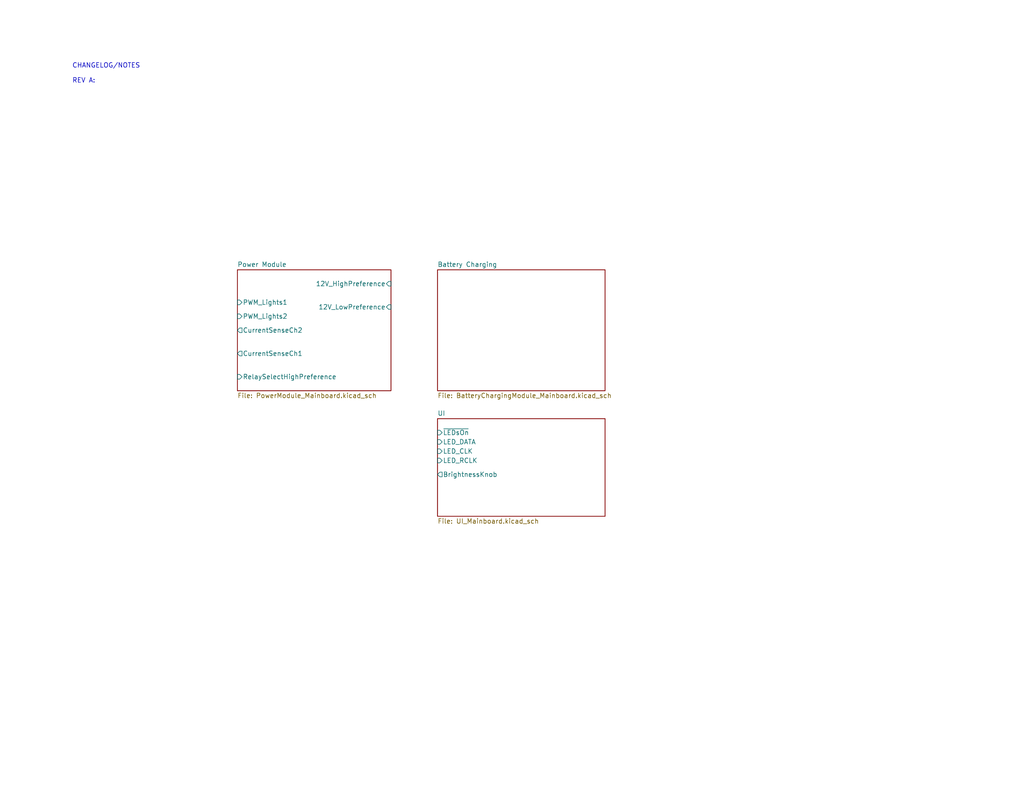
<source format=kicad_sch>
(kicad_sch
	(version 20231120)
	(generator "eeschema")
	(generator_version "8.0")
	(uuid "352d7abe-fc72-4473-8b68-62eecf44f496")
	(paper "USLetter")
	(title_block
		(title "Main")
		(date "2024-03-02")
		(rev "A01")
	)
	(lib_symbols)
	(text "CHANGELOG/NOTES\n\nREV A: "
		(exclude_from_sim no)
		(at 19.685 22.86 0)
		(effects
			(font
				(size 1.27 1.27)
			)
			(justify left bottom)
		)
		(uuid "fba33dfb-ab80-431d-9e1c-7f90a16c8c17")
	)
	(sheet
		(at 119.38 73.66)
		(size 45.72 33.02)
		(fields_autoplaced yes)
		(stroke
			(width 0.1524)
			(type solid)
		)
		(fill
			(color 0 0 0 0.0000)
		)
		(uuid "a1abda63-534b-4dc2-8192-e320ae66a6c0")
		(property "Sheetname" "Battery Charging"
			(at 119.38 72.9484 0)
			(effects
				(font
					(size 1.27 1.27)
				)
				(justify left bottom)
			)
		)
		(property "Sheetfile" "BatteryChargingModule_Mainboard.kicad_sch"
			(at 119.38 107.2646 0)
			(effects
				(font
					(size 1.27 1.27)
				)
				(justify left top)
			)
		)
		(instances
			(project "Mainboard"
				(path "/352d7abe-fc72-4473-8b68-62eecf44f496"
					(page "3")
				)
			)
		)
	)
	(sheet
		(at 119.38 114.3)
		(size 45.72 26.67)
		(fields_autoplaced yes)
		(stroke
			(width 0.1524)
			(type solid)
		)
		(fill
			(color 0 0 0 0.0000)
		)
		(uuid "bf2e09ac-c0d2-4892-85e7-02333ca0e89f")
		(property "Sheetname" "UI"
			(at 119.38 113.5884 0)
			(effects
				(font
					(size 1.27 1.27)
				)
				(justify left bottom)
			)
		)
		(property "Sheetfile" "UI_Mainboard.kicad_sch"
			(at 119.38 141.5546 0)
			(effects
				(font
					(size 1.27 1.27)
				)
				(justify left top)
			)
		)
		(pin "~{LEDsOn}" input
			(at 119.38 118.11 180)
			(effects
				(font
					(size 1.27 1.27)
				)
				(justify left)
			)
			(uuid "10e563fc-1ae6-48ff-9f53-18483e090907")
		)
		(pin "LED_DATA" input
			(at 119.38 120.65 180)
			(effects
				(font
					(size 1.27 1.27)
				)
				(justify left)
			)
			(uuid "95f2f5be-5017-4d49-84c8-ee572924d455")
		)
		(pin "LED_CLK" input
			(at 119.38 123.19 180)
			(effects
				(font
					(size 1.27 1.27)
				)
				(justify left)
			)
			(uuid "266d60f4-ccbf-4d4c-85ea-08e4cd5506cd")
		)
		(pin "LED_RCLK" input
			(at 119.38 125.73 180)
			(effects
				(font
					(size 1.27 1.27)
				)
				(justify left)
			)
			(uuid "a51206d4-77cb-421c-834b-534a8e2cc2bc")
		)
		(pin "BrightnessKnob" output
			(at 119.38 129.54 180)
			(effects
				(font
					(size 1.27 1.27)
				)
				(justify left)
			)
			(uuid "26c824f0-6076-45d8-8483-10ef6ef0b5c4")
		)
		(instances
			(project "Mainboard"
				(path "/352d7abe-fc72-4473-8b68-62eecf44f496"
					(page "4")
				)
			)
		)
	)
	(sheet
		(at 64.77 73.66)
		(size 41.91 33.02)
		(fields_autoplaced yes)
		(stroke
			(width 0.1524)
			(type solid)
		)
		(fill
			(color 0 0 0 0.0000)
		)
		(uuid "c21d6bae-3554-48ef-9769-7d9430e10e1a")
		(property "Sheetname" "Power Module"
			(at 64.77 72.9484 0)
			(effects
				(font
					(size 1.27 1.27)
				)
				(justify left bottom)
			)
		)
		(property "Sheetfile" "PowerModule_Mainboard.kicad_sch"
			(at 64.77 107.2646 0)
			(effects
				(font
					(size 1.27 1.27)
				)
				(justify left top)
			)
		)
		(pin "12V_LowPreference" input
			(at 106.68 83.82 0)
			(effects
				(font
					(size 1.27 1.27)
				)
				(justify right)
			)
			(uuid "0d44708b-c935-453a-9543-53e95de22e9b")
		)
		(pin "12V_HighPreference" input
			(at 106.68 77.47 0)
			(effects
				(font
					(size 1.27 1.27)
				)
				(justify right)
			)
			(uuid "c1e6c800-14e1-4dc3-a354-d21a4b93949d")
		)
		(pin "RelaySelectHighPreference" input
			(at 64.77 102.87 180)
			(effects
				(font
					(size 1.27 1.27)
				)
				(justify left)
			)
			(uuid "98c08e4d-8b65-464d-8571-dd6c3192f2d9")
		)
		(pin "CurrentSenseCh1" output
			(at 64.77 96.52 180)
			(effects
				(font
					(size 1.27 1.27)
				)
				(justify left)
			)
			(uuid "ce3107ed-e4cf-417e-8cbb-a312467b6fc6")
		)
		(pin "CurrentSenseCh2" output
			(at 64.77 90.17 180)
			(effects
				(font
					(size 1.27 1.27)
				)
				(justify left)
			)
			(uuid "91cc198e-3d3f-4844-8268-67a094c24fd6")
		)
		(pin "PWM_Lights2" input
			(at 64.77 86.36 180)
			(effects
				(font
					(size 1.27 1.27)
				)
				(justify left)
			)
			(uuid "468a0245-71f5-4d56-9d16-73da4832a1cc")
		)
		(pin "PWM_Lights1" input
			(at 64.77 82.55 180)
			(effects
				(font
					(size 1.27 1.27)
				)
				(justify left)
			)
			(uuid "4e9eacd4-b6ee-4f58-ab2e-b2a794ff9d12")
		)
		(instances
			(project "Mainboard"
				(path "/352d7abe-fc72-4473-8b68-62eecf44f496"
					(page "2")
				)
			)
		)
	)
	(sheet_instances
		(path "/"
			(page "1")
		)
	)
)
</source>
